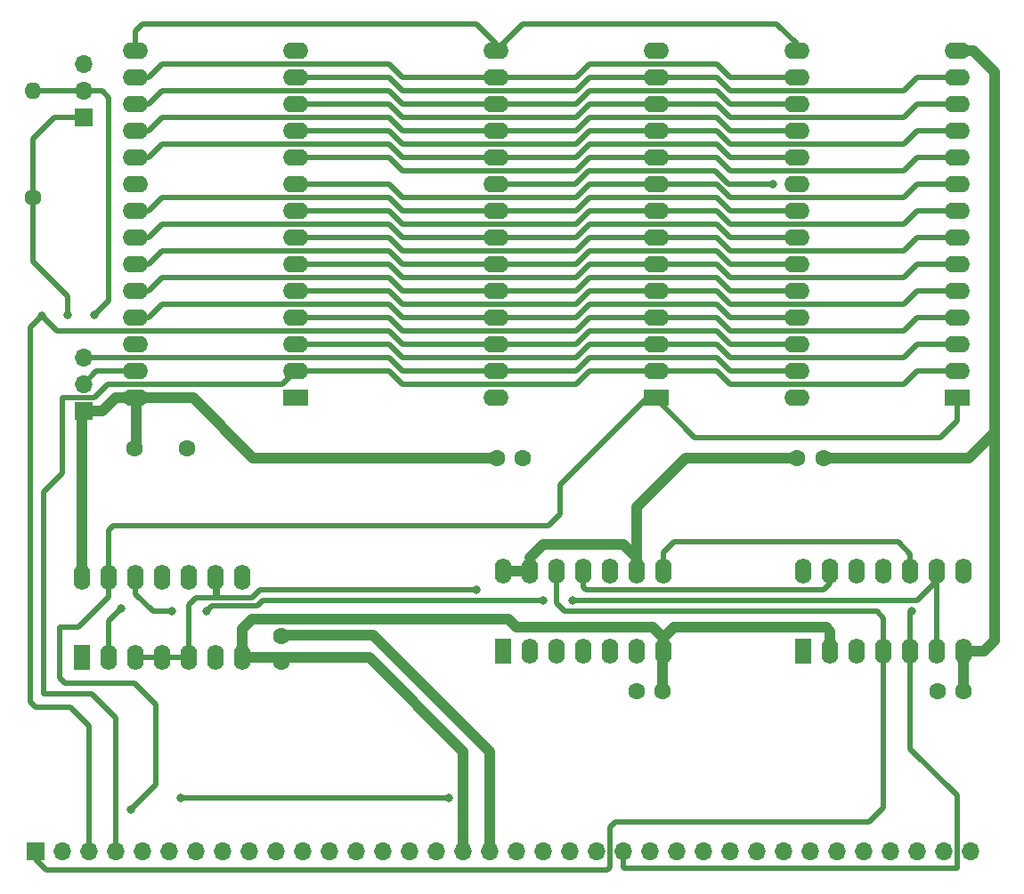
<source format=gbr>
%TF.GenerationSoftware,KiCad,Pcbnew,6.0.11+dfsg-1*%
%TF.CreationDate,2025-12-28T18:44:21+01:00*%
%TF.ProjectId,memoria1,6d656d6f-7269-4613-912e-6b696361645f,rev?*%
%TF.SameCoordinates,Original*%
%TF.FileFunction,Copper,L1,Top*%
%TF.FilePolarity,Positive*%
%FSLAX46Y46*%
G04 Gerber Fmt 4.6, Leading zero omitted, Abs format (unit mm)*
G04 Created by KiCad (PCBNEW 6.0.11+dfsg-1) date 2025-12-28 18:44:21*
%MOMM*%
%LPD*%
G01*
G04 APERTURE LIST*
%TA.AperFunction,ComponentPad*%
%ADD10R,1.600000X2.400000*%
%TD*%
%TA.AperFunction,ComponentPad*%
%ADD11O,1.600000X2.400000*%
%TD*%
%TA.AperFunction,ComponentPad*%
%ADD12R,2.400000X1.600000*%
%TD*%
%TA.AperFunction,ComponentPad*%
%ADD13O,2.400000X1.600000*%
%TD*%
%TA.AperFunction,ComponentPad*%
%ADD14C,1.600000*%
%TD*%
%TA.AperFunction,ComponentPad*%
%ADD15R,1.700000X1.700000*%
%TD*%
%TA.AperFunction,ComponentPad*%
%ADD16O,1.700000X1.700000*%
%TD*%
%TA.AperFunction,ComponentPad*%
%ADD17O,1.600000X1.600000*%
%TD*%
%TA.AperFunction,ViaPad*%
%ADD18C,0.800000*%
%TD*%
%TA.AperFunction,Conductor*%
%ADD19C,0.500000*%
%TD*%
%TA.AperFunction,Conductor*%
%ADD20C,1.000000*%
%TD*%
G04 APERTURE END LIST*
D10*
%TO.P,74HC32,1*%
%TO.N,N/C*%
X94610000Y-112385000D03*
D11*
%TO.P,74HC32,2*%
X97150000Y-112385000D03*
%TO.P,74HC32,3*%
X99690000Y-112385000D03*
%TO.P,74HC32,4*%
X102230000Y-112385000D03*
%TO.P,74HC32,5*%
X104770000Y-112385000D03*
%TO.P,74HC32,6*%
X107310000Y-112385000D03*
%TO.P,74HC32,7*%
X109850000Y-112385000D03*
%TO.P,74HC32,8*%
X109850000Y-104765000D03*
%TO.P,74HC32,9*%
X107310000Y-104765000D03*
%TO.P,74HC32,10*%
X104770000Y-104765000D03*
%TO.P,74HC32,11*%
X102230000Y-104765000D03*
%TO.P,74HC32,12*%
X99690000Y-104765000D03*
%TO.P,74HC32,13*%
X97150000Y-104765000D03*
%TO.P,74HC32,14*%
X94610000Y-104765000D03*
%TD*%
D12*
%TO.P,KM62256,1*%
%TO.N,N/C*%
X177780000Y-87620000D03*
D13*
%TO.P,KM62256,2*%
X177780000Y-85080000D03*
%TO.P,KM62256,3*%
X177780000Y-82540000D03*
%TO.P,KM62256,4*%
X177780000Y-80000000D03*
%TO.P,KM62256,5*%
X177780000Y-77460000D03*
%TO.P,KM62256,6*%
X177780000Y-74920000D03*
%TO.P,KM62256,7*%
X177780000Y-72380000D03*
%TO.P,KM62256,8*%
X177780000Y-69840000D03*
%TO.P,KM62256,9*%
X177780000Y-67300000D03*
%TO.P,KM62256,10*%
X177780000Y-64760000D03*
%TO.P,KM62256,11*%
X177780000Y-62220000D03*
%TO.P,KM62256,12*%
X177780000Y-59680000D03*
%TO.P,KM62256,13*%
X177780000Y-57140000D03*
%TO.P,KM62256,14*%
X177780000Y-54600000D03*
%TO.P,KM62256,15*%
X162540000Y-54600000D03*
%TO.P,KM62256,16*%
X162540000Y-57140000D03*
%TO.P,KM62256,17*%
X162540000Y-59680000D03*
%TO.P,KM62256,18*%
X162540000Y-62220000D03*
%TO.P,KM62256,19*%
X162540000Y-64760000D03*
%TO.P,KM62256,20*%
X162540000Y-67300000D03*
%TO.P,KM62256,21*%
X162540000Y-69840000D03*
%TO.P,KM62256,22*%
X162540000Y-72380000D03*
%TO.P,KM62256,23*%
X162540000Y-74920000D03*
%TO.P,KM62256,24*%
X162540000Y-77460000D03*
%TO.P,KM62256,25*%
X162540000Y-80000000D03*
%TO.P,KM62256,26*%
X162540000Y-82540000D03*
%TO.P,KM62256,27*%
X162540000Y-85080000D03*
%TO.P,KM62256,28*%
X162540000Y-87620000D03*
%TD*%
D12*
%TO.P,AT28C64,1*%
%TO.N,N/C*%
X114915000Y-87620000D03*
D13*
%TO.P,AT28C64,2*%
X114915000Y-85080000D03*
%TO.P,AT28C64,3*%
X114915000Y-82540000D03*
%TO.P,AT28C64,4*%
X114915000Y-80000000D03*
%TO.P,AT28C64,5*%
X114915000Y-77460000D03*
%TO.P,AT28C64,6*%
X114915000Y-74920000D03*
%TO.P,AT28C64,7*%
X114915000Y-72380000D03*
%TO.P,AT28C64,8*%
X114915000Y-69840000D03*
%TO.P,AT28C64,9*%
X114915000Y-67300000D03*
%TO.P,AT28C64,10*%
X114915000Y-64760000D03*
%TO.P,AT28C64,11*%
X114915000Y-62220000D03*
%TO.P,AT28C64,12*%
X114915000Y-59680000D03*
%TO.P,AT28C64,13*%
X114915000Y-57140000D03*
%TO.P,AT28C64,14*%
X114915000Y-54600000D03*
%TO.P,AT28C64,15*%
X99675000Y-54600000D03*
%TO.P,AT28C64,16*%
X99675000Y-57140000D03*
%TO.P,AT28C64,17*%
X99675000Y-59680000D03*
%TO.P,AT28C64,18*%
X99675000Y-62220000D03*
%TO.P,AT28C64,19*%
X99675000Y-64760000D03*
%TO.P,AT28C64,20*%
X99675000Y-67300000D03*
%TO.P,AT28C64,21*%
X99675000Y-69840000D03*
%TO.P,AT28C64,22*%
X99675000Y-72380000D03*
%TO.P,AT28C64,23*%
X99675000Y-74920000D03*
%TO.P,AT28C64,24*%
X99675000Y-77460000D03*
%TO.P,AT28C64,25*%
X99675000Y-80000000D03*
%TO.P,AT28C64,26*%
X99675000Y-82540000D03*
%TO.P,AT28C64,27*%
X99675000Y-85080000D03*
%TO.P,AT28C64,28*%
X99675000Y-87620000D03*
%TD*%
D14*
%TO.P,REF\u002A\u002A,1*%
%TO.N,N/C*%
X162580000Y-93345000D03*
%TO.P,REF\u002A\u002A,2*%
X165080000Y-93345000D03*
%TD*%
D15*
%TO.P,REF\u002A\u002A,1*%
%TO.N,N/C*%
X90170000Y-130810000D03*
D16*
%TO.P,REF\u002A\u002A,2*%
X92710000Y-130810000D03*
%TO.P,REF\u002A\u002A,3*%
X95250000Y-130810000D03*
%TO.P,REF\u002A\u002A,4*%
X97790000Y-130810000D03*
%TO.P,REF\u002A\u002A,5*%
X100330000Y-130810000D03*
%TO.P,REF\u002A\u002A,6*%
X102870000Y-130810000D03*
%TO.P,REF\u002A\u002A,7*%
X105410000Y-130810000D03*
%TO.P,REF\u002A\u002A,8*%
X107950000Y-130810000D03*
%TO.P,REF\u002A\u002A,9*%
X110490000Y-130810000D03*
%TO.P,REF\u002A\u002A,10*%
X113030000Y-130810000D03*
%TO.P,REF\u002A\u002A,11*%
X115570000Y-130810000D03*
%TO.P,REF\u002A\u002A,12*%
X118110000Y-130810000D03*
%TO.P,REF\u002A\u002A,13*%
X120650000Y-130810000D03*
%TO.P,REF\u002A\u002A,14*%
X123190000Y-130810000D03*
%TO.P,REF\u002A\u002A,15*%
X125730000Y-130810000D03*
%TO.P,REF\u002A\u002A,16*%
X128270000Y-130810000D03*
%TO.P,REF\u002A\u002A,17*%
X130810000Y-130810000D03*
%TO.P,REF\u002A\u002A,18*%
X133350000Y-130810000D03*
%TO.P,REF\u002A\u002A,19*%
X135890000Y-130810000D03*
%TO.P,REF\u002A\u002A,20*%
X138430000Y-130810000D03*
%TO.P,REF\u002A\u002A,21*%
X140970000Y-130810000D03*
%TO.P,REF\u002A\u002A,22*%
X143510000Y-130810000D03*
%TO.P,REF\u002A\u002A,23*%
X146050000Y-130810000D03*
%TO.P,REF\u002A\u002A,24*%
X148590000Y-130810000D03*
%TO.P,REF\u002A\u002A,25*%
X151130000Y-130810000D03*
%TO.P,REF\u002A\u002A,26*%
X153670000Y-130810000D03*
%TO.P,REF\u002A\u002A,27*%
X156210000Y-130810000D03*
%TO.P,REF\u002A\u002A,28*%
X158750000Y-130810000D03*
%TO.P,REF\u002A\u002A,29*%
X161290000Y-130810000D03*
%TO.P,REF\u002A\u002A,30*%
X163830000Y-130810000D03*
%TO.P,REF\u002A\u002A,31*%
X166370000Y-130810000D03*
%TO.P,REF\u002A\u002A,32*%
X168910000Y-130810000D03*
%TO.P,REF\u002A\u002A,33*%
X171450000Y-130810000D03*
%TO.P,REF\u002A\u002A,34*%
X173990000Y-130810000D03*
%TO.P,REF\u002A\u002A,35*%
X176530000Y-130810000D03*
%TO.P,REF\u002A\u002A,36*%
X179070000Y-130810000D03*
%TD*%
D14*
%TO.P,REF\u002A\u002A,1*%
%TO.N,N/C*%
X99568000Y-92456000D03*
%TO.P,REF\u002A\u002A,2*%
X104568000Y-92456000D03*
%TD*%
D15*
%TO.P,REF\u002A\u002A,1*%
%TO.N,N/C*%
X94717000Y-88885000D03*
D16*
%TO.P,REF\u002A\u002A,2*%
X94717000Y-86345000D03*
%TO.P,REF\u002A\u002A,3*%
X94717000Y-83805000D03*
%TD*%
D12*
%TO.P,KM62256,1*%
%TO.N,N/C*%
X149205000Y-87620000D03*
D13*
%TO.P,KM62256,2*%
X149205000Y-85080000D03*
%TO.P,KM62256,3*%
X149205000Y-82540000D03*
%TO.P,KM62256,4*%
X149205000Y-80000000D03*
%TO.P,KM62256,5*%
X149205000Y-77460000D03*
%TO.P,KM62256,6*%
X149205000Y-74920000D03*
%TO.P,KM62256,7*%
X149205000Y-72380000D03*
%TO.P,KM62256,8*%
X149205000Y-69840000D03*
%TO.P,KM62256,9*%
X149205000Y-67300000D03*
%TO.P,KM62256,10*%
X149205000Y-64760000D03*
%TO.P,KM62256,11*%
X149205000Y-62220000D03*
%TO.P,KM62256,12*%
X149205000Y-59680000D03*
%TO.P,KM62256,13*%
X149205000Y-57140000D03*
%TO.P,KM62256,14*%
X149205000Y-54600000D03*
%TO.P,KM62256,15*%
X133965000Y-54600000D03*
%TO.P,KM62256,16*%
X133965000Y-57140000D03*
%TO.P,KM62256,17*%
X133965000Y-59680000D03*
%TO.P,KM62256,18*%
X133965000Y-62220000D03*
%TO.P,KM62256,19*%
X133965000Y-64760000D03*
%TO.P,KM62256,20*%
X133965000Y-67300000D03*
%TO.P,KM62256,21*%
X133965000Y-69840000D03*
%TO.P,KM62256,22*%
X133965000Y-72380000D03*
%TO.P,KM62256,23*%
X133965000Y-74920000D03*
%TO.P,KM62256,24*%
X133965000Y-77460000D03*
%TO.P,KM62256,25*%
X133965000Y-80000000D03*
%TO.P,KM62256,26*%
X133965000Y-82540000D03*
%TO.P,KM62256,27*%
X133965000Y-85080000D03*
%TO.P,KM62256,28*%
X133965000Y-87620000D03*
%TD*%
D10*
%TO.P,74HC32,1*%
%TO.N,N/C*%
X163190000Y-111750000D03*
D11*
%TO.P,74HC32,2*%
X165730000Y-111750000D03*
%TO.P,74HC32,3*%
X168270000Y-111750000D03*
%TO.P,74HC32,4*%
X170810000Y-111750000D03*
%TO.P,74HC32,5*%
X173350000Y-111750000D03*
%TO.P,74HC32,6*%
X175890000Y-111750000D03*
%TO.P,74HC32,7*%
X178430000Y-111750000D03*
%TO.P,74HC32,8*%
X178430000Y-104130000D03*
%TO.P,74HC32,9*%
X175890000Y-104130000D03*
%TO.P,74HC32,10*%
X173350000Y-104130000D03*
%TO.P,74HC32,11*%
X170810000Y-104130000D03*
%TO.P,74HC32,12*%
X168270000Y-104130000D03*
%TO.P,74HC32,13*%
X165730000Y-104130000D03*
%TO.P,74HC32,14*%
X163190000Y-104130000D03*
%TD*%
D14*
%TO.P,REF\u002A\u002A,1*%
%TO.N,N/C*%
X113538000Y-112776000D03*
%TO.P,REF\u002A\u002A,2*%
X113538000Y-110276000D03*
%TD*%
%TO.P,REF\u002A\u002A,1*%
%TO.N,N/C*%
X134005000Y-93345000D03*
%TO.P,REF\u002A\u002A,2*%
X136505000Y-93345000D03*
%TD*%
%TO.P,REF\u002A\u002A,1*%
%TO.N,N/C*%
X175915000Y-115570000D03*
%TO.P,REF\u002A\u002A,2*%
X178415000Y-115570000D03*
%TD*%
D10*
%TO.P,74HC00,1*%
%TO.N,N/C*%
X134615000Y-111750000D03*
D11*
%TO.P,74HC00,2*%
X137155000Y-111750000D03*
%TO.P,74HC00,3*%
X139695000Y-111750000D03*
%TO.P,74HC00,4*%
X142235000Y-111750000D03*
%TO.P,74HC00,5*%
X144775000Y-111750000D03*
%TO.P,74HC00,6*%
X147315000Y-111750000D03*
%TO.P,74HC00,7*%
X149855000Y-111750000D03*
%TO.P,74HC00,8*%
X149855000Y-104130000D03*
%TO.P,74HC00,9*%
X147315000Y-104130000D03*
%TO.P,74HC00,10*%
X144775000Y-104130000D03*
%TO.P,74HC00,11*%
X142235000Y-104130000D03*
%TO.P,74HC00,12*%
X139695000Y-104130000D03*
%TO.P,74HC00,13*%
X137155000Y-104130000D03*
%TO.P,74HC00,14*%
X134615000Y-104130000D03*
%TD*%
D15*
%TO.P,REF\u002A\u002A,1*%
%TO.N,N/C*%
X94717000Y-60945000D03*
D16*
%TO.P,REF\u002A\u002A,2*%
X94717000Y-58405000D03*
%TO.P,REF\u002A\u002A,3*%
X94717000Y-55865000D03*
%TD*%
D14*
%TO.P,10k,1*%
%TO.N,N/C*%
X89916000Y-68580000D03*
D17*
%TO.P,10k,2*%
X89916000Y-58420000D03*
%TD*%
D14*
%TO.P,REF\u002A\u002A,1*%
%TO.N,N/C*%
X147320000Y-115570000D03*
%TO.P,REF\u002A\u002A,2*%
X149820000Y-115570000D03*
%TD*%
D18*
%TO.N,*%
X90779600Y-79806800D03*
X141224000Y-106934000D03*
X138430000Y-106934000D03*
X132080000Y-105918000D03*
X103124000Y-107950000D03*
X106426000Y-107950000D03*
X173482000Y-107950000D03*
X99212400Y-126847600D03*
X95758000Y-79756000D03*
X98298000Y-107696000D03*
X93218000Y-79756000D03*
X129438400Y-125679200D03*
X160274000Y-67310000D03*
X103987600Y-125730000D03*
%TD*%
D19*
%TO.N,*%
X123825000Y-68580000D02*
X125095000Y-69850000D01*
X123815000Y-69840000D02*
X125095000Y-71120000D01*
X141605000Y-63500000D02*
X142885000Y-62220000D01*
D20*
X162580000Y-93345000D02*
X152019000Y-93345000D01*
D19*
X142885000Y-57140000D02*
X149205000Y-57140000D01*
X125095000Y-86360000D02*
X141605000Y-86360000D01*
X123825000Y-60960000D02*
X125085000Y-62220000D01*
X133995000Y-54600000D02*
X136525000Y-52070000D01*
X89662000Y-116586000D02*
X90170000Y-117094000D01*
D20*
X150876000Y-109474000D02*
X165354000Y-109474000D01*
D19*
X141615000Y-85080000D02*
X142875000Y-83820000D01*
X154940000Y-60960000D02*
X156200000Y-62220000D01*
D20*
X149855000Y-110495000D02*
X150876000Y-109474000D01*
D19*
X142885000Y-59680000D02*
X149205000Y-59680000D01*
X142885000Y-72380000D02*
X149205000Y-72380000D01*
X99675000Y-72380000D02*
X100975000Y-72380000D01*
X156210000Y-76200000D02*
X172720000Y-76200000D01*
X174000000Y-69840000D02*
X177780000Y-69840000D01*
X100975000Y-77460000D02*
X102235000Y-76200000D01*
X154930000Y-72380000D02*
X156210000Y-73660000D01*
X100975000Y-69840000D02*
X102235000Y-68580000D01*
X113538000Y-112502000D02*
X113538000Y-112776000D01*
X142235000Y-104130000D02*
X142235000Y-105659000D01*
X125095000Y-82550000D02*
X125105000Y-82540000D01*
X99675000Y-54600000D02*
X99675000Y-52725000D01*
X141605000Y-81280000D02*
X142885000Y-80000000D01*
X154930000Y-69840000D02*
X156210000Y-71120000D01*
X141605000Y-58420000D02*
X142885000Y-57140000D01*
X156210000Y-74930000D02*
X156220000Y-74920000D01*
X125095000Y-66040000D02*
X141605000Y-66040000D01*
X123815000Y-80000000D02*
X125095000Y-81280000D01*
X149205000Y-62220000D02*
X154930000Y-62220000D01*
X177780000Y-89809000D02*
X176199800Y-91389200D01*
X141605000Y-86360000D02*
X142885000Y-85080000D01*
X133955000Y-57150000D02*
X133965000Y-57140000D01*
X99675000Y-64760000D02*
X100975000Y-64760000D01*
X154940000Y-76200000D02*
X156210000Y-77470000D01*
D20*
X152019000Y-93345000D02*
X147315000Y-98049000D01*
D19*
X145288000Y-128016000D02*
X144780000Y-128524000D01*
X149205000Y-64760000D02*
X154930000Y-64760000D01*
X97155000Y-78359000D02*
X95758000Y-79756000D01*
X141605000Y-74930000D02*
X142875000Y-73660000D01*
X102235000Y-78740000D02*
X123825000Y-78740000D01*
X99675000Y-69840000D02*
X100975000Y-69840000D01*
X152857200Y-91389200D02*
X149205000Y-87737000D01*
X123815000Y-82540000D02*
X125095000Y-83820000D01*
X172720000Y-63500000D02*
X173990000Y-62230000D01*
X97155000Y-59055000D02*
X97155000Y-78359000D01*
X123815000Y-77460000D02*
X125095000Y-78740000D01*
X174625000Y-62230000D02*
X174635000Y-62220000D01*
X99212400Y-126847600D02*
X101600000Y-124460000D01*
D20*
X147315000Y-98049000D02*
X147315000Y-104130000D01*
D19*
X110744000Y-106680000D02*
X107569000Y-106680000D01*
X114915000Y-62220000D02*
X123815000Y-62220000D01*
X142875000Y-83820000D02*
X154940000Y-83820000D01*
X154940000Y-73660000D02*
X156210000Y-74930000D01*
X170810000Y-111750000D02*
X170810000Y-126624000D01*
X172720000Y-78740000D02*
X174000000Y-77460000D01*
X114915000Y-74920000D02*
X123815000Y-74920000D01*
X92710000Y-94843600D02*
X92710000Y-87630000D01*
X125095000Y-74930000D02*
X125105000Y-74920000D01*
X102235000Y-68580000D02*
X123825000Y-68580000D01*
X149205000Y-87737000D02*
X149205000Y-87620000D01*
X172720000Y-76200000D02*
X174000000Y-74920000D01*
D20*
X130810000Y-130810000D02*
X130810000Y-121285000D01*
D19*
X123825000Y-78740000D02*
X125085000Y-80000000D01*
X156200000Y-59680000D02*
X162540000Y-59680000D01*
X133965000Y-53955000D02*
X133965000Y-54600000D01*
X92252800Y-81280000D02*
X123825000Y-81280000D01*
X173990000Y-62230000D02*
X174625000Y-62230000D01*
X156083000Y-67310000D02*
X160274000Y-67310000D01*
X102235000Y-60960000D02*
X123825000Y-60960000D01*
X97150000Y-108844000D02*
X98298000Y-107696000D01*
X162540000Y-53955000D02*
X162540000Y-54600000D01*
X156220000Y-69840000D02*
X162540000Y-69840000D01*
X149855000Y-111750000D02*
X149855000Y-110485000D01*
X141595000Y-77460000D02*
X141605000Y-77470000D01*
X149855000Y-102367000D02*
X149855000Y-104130000D01*
X144780000Y-132334000D02*
X144526000Y-132588000D01*
X125095000Y-60960000D02*
X141605000Y-60960000D01*
X142875000Y-60960000D02*
X154940000Y-60960000D01*
X100975000Y-64760000D02*
X102235000Y-63500000D01*
X141605000Y-78740000D02*
X142885000Y-77460000D01*
X154940000Y-71120000D02*
X156210000Y-72390000D01*
X149205000Y-69840000D02*
X154930000Y-69840000D01*
X123825000Y-76200000D02*
X125085000Y-77460000D01*
D20*
X99715000Y-92309000D02*
X99715000Y-87660000D01*
X122301000Y-110236000D02*
X113578000Y-110236000D01*
D19*
X156220000Y-77460000D02*
X162540000Y-77460000D01*
X174000000Y-74920000D02*
X177780000Y-74920000D01*
X141605000Y-76200000D02*
X142885000Y-74920000D01*
X170810000Y-108580000D02*
X170810000Y-111750000D01*
X174000000Y-80000000D02*
X177780000Y-80000000D01*
X99715000Y-87660000D02*
X99675000Y-87620000D01*
X172720000Y-60960000D02*
X174000000Y-59680000D01*
X90170000Y-131572000D02*
X90170000Y-130810000D01*
X172720000Y-81280000D02*
X174000000Y-80000000D01*
X174635000Y-62220000D02*
X177780000Y-62220000D01*
X172720000Y-66040000D02*
X174000000Y-64760000D01*
X133965000Y-85080000D02*
X141615000Y-85080000D01*
D20*
X146050000Y-101600000D02*
X147315000Y-102865000D01*
D19*
X95982000Y-85080000D02*
X94717000Y-86345000D01*
X103124000Y-107950000D02*
X101346000Y-107950000D01*
X141605000Y-72390000D02*
X142875000Y-71120000D01*
D20*
X109850000Y-112385000D02*
X113655000Y-112385000D01*
D19*
X125095000Y-58420000D02*
X141605000Y-58420000D01*
X148346000Y-87620000D02*
X140081000Y-95885000D01*
X173350000Y-108082000D02*
X173482000Y-107950000D01*
X141224000Y-106934000D02*
X173990000Y-106934000D01*
X90779600Y-79806800D02*
X89662000Y-80924400D01*
X156220000Y-74920000D02*
X162540000Y-74920000D01*
D20*
X181356000Y-90932000D02*
X181356000Y-110744000D01*
D19*
X174000000Y-77460000D02*
X177780000Y-77460000D01*
X165100000Y-105918000D02*
X165730000Y-105288000D01*
D20*
X137155000Y-102875000D02*
X138430000Y-101600000D01*
X165730000Y-109850000D02*
X165730000Y-111750000D01*
D19*
X170810000Y-126624000D02*
X169418000Y-128016000D01*
X146050000Y-130810000D02*
X146050000Y-132334000D01*
X154930000Y-67300000D02*
X156210000Y-68580000D01*
X99675000Y-85080000D02*
X95982000Y-85080000D01*
X144526000Y-132588000D02*
X91186000Y-132588000D01*
X154930000Y-59680000D02*
X156210000Y-60960000D01*
X156200000Y-85080000D02*
X162540000Y-85080000D01*
X156210000Y-68580000D02*
X172720000Y-68580000D01*
D20*
X94610000Y-104765000D02*
X94610000Y-88992000D01*
X148844000Y-109474000D02*
X135890000Y-109474000D01*
D19*
X141605000Y-59690000D02*
X142875000Y-58420000D01*
X91963000Y-60945000D02*
X94717000Y-60945000D01*
X139695000Y-107183000D02*
X140462000Y-107950000D01*
X123825000Y-83820000D02*
X125095000Y-85090000D01*
X93218000Y-77978000D02*
X89916000Y-74676000D01*
X99675000Y-59680000D02*
X100975000Y-59680000D01*
X99675000Y-52725000D02*
X100330000Y-52070000D01*
X175890000Y-111750000D02*
X175890000Y-104130000D01*
X140081000Y-98679000D02*
X138938000Y-99822000D01*
X142875000Y-63500000D02*
X154940000Y-63500000D01*
X154930000Y-74920000D02*
X156210000Y-76200000D01*
X125095000Y-83820000D02*
X141605000Y-83820000D01*
X174000000Y-72380000D02*
X177780000Y-72380000D01*
X125085000Y-77460000D02*
X133965000Y-77460000D01*
X142875000Y-55880000D02*
X154940000Y-55880000D01*
X93218000Y-79756000D02*
X93218000Y-77978000D01*
X92710000Y-87630000D02*
X95758000Y-87630000D01*
X174000000Y-64760000D02*
X177780000Y-64760000D01*
X137155000Y-104130000D02*
X137155000Y-102875000D01*
X90170000Y-117094000D02*
X93472000Y-117094000D01*
X138430000Y-106934000D02*
X111760000Y-106934000D01*
X142885000Y-80000000D02*
X149205000Y-80000000D01*
X156210000Y-58420000D02*
X172720000Y-58420000D01*
X125095000Y-63500000D02*
X141605000Y-63500000D01*
D20*
X178943000Y-93345000D02*
X181356000Y-90932000D01*
D19*
X149205000Y-72380000D02*
X154930000Y-72380000D01*
D20*
X97800000Y-87620000D02*
X99675000Y-87620000D01*
D19*
X141605000Y-73660000D02*
X142885000Y-72380000D01*
X172720000Y-71120000D02*
X174000000Y-69840000D01*
X125105000Y-74920000D02*
X133965000Y-74920000D01*
X156210000Y-73660000D02*
X172720000Y-73660000D01*
X89916000Y-58928000D02*
X89916000Y-58420000D01*
D20*
X134615000Y-104130000D02*
X137155000Y-104130000D01*
D19*
X154940000Y-63500000D02*
X156200000Y-64760000D01*
X89916000Y-74676000D02*
X89916000Y-68580000D01*
X125095000Y-68580000D02*
X141605000Y-68580000D01*
X173990000Y-106934000D02*
X175890000Y-105034000D01*
X133965000Y-62220000D02*
X141615000Y-62220000D01*
X146050000Y-132334000D02*
X146151600Y-132435600D01*
X107442000Y-104897000D02*
X107310000Y-104765000D01*
X174000000Y-85080000D02*
X177780000Y-85080000D01*
X154930000Y-64760000D02*
X156210000Y-66040000D01*
X142235000Y-105659000D02*
X142494000Y-105918000D01*
X142875000Y-81280000D02*
X154940000Y-81280000D01*
D20*
X181356000Y-56642000D02*
X179314000Y-54600000D01*
D19*
X133965000Y-57140000D02*
X133975000Y-57150000D01*
X146151600Y-132435600D02*
X177800000Y-132435600D01*
X156210000Y-81280000D02*
X172720000Y-81280000D01*
X154940000Y-58420000D02*
X156200000Y-59680000D01*
X141605000Y-82550000D02*
X142875000Y-81280000D01*
X94717000Y-58405000D02*
X96505000Y-58405000D01*
X142885000Y-74920000D02*
X149205000Y-74920000D01*
X123825000Y-55880000D02*
X125095000Y-57150000D01*
X154930000Y-82540000D02*
X156210000Y-83820000D01*
X101600000Y-124460000D02*
X101600000Y-116840000D01*
D20*
X165354000Y-109474000D02*
X165730000Y-109850000D01*
D19*
X125095000Y-76200000D02*
X141605000Y-76200000D01*
X123825000Y-81280000D02*
X125095000Y-82550000D01*
X177800000Y-132435600D02*
X177800000Y-125476000D01*
X125095000Y-81280000D02*
X141605000Y-81280000D01*
X104770000Y-112385000D02*
X104770000Y-107320000D01*
X141595000Y-59680000D02*
X141605000Y-59690000D01*
X114915000Y-85080000D02*
X123815000Y-85080000D01*
X100330000Y-52070000D02*
X132080000Y-52070000D01*
X156210000Y-63500000D02*
X172720000Y-63500000D01*
D20*
X180350000Y-111750000D02*
X178430000Y-111750000D01*
D19*
X165730000Y-105288000D02*
X165730000Y-104130000D01*
X154940000Y-68580000D02*
X156210000Y-69850000D01*
X141468000Y-67300000D02*
X142728000Y-66040000D01*
X141595000Y-82540000D02*
X141605000Y-82550000D01*
X125105000Y-85080000D02*
X133965000Y-85080000D01*
X172720000Y-58420000D02*
X174000000Y-57140000D01*
X174000000Y-82540000D02*
X177780000Y-82540000D01*
X140081000Y-95885000D02*
X140081000Y-98679000D01*
X123815000Y-74920000D02*
X125095000Y-76200000D01*
X149820000Y-111785000D02*
X149855000Y-111750000D01*
X114915000Y-67300000D02*
X123815000Y-67300000D01*
X177800000Y-125476000D02*
X173350000Y-121026000D01*
D20*
X181356000Y-110744000D02*
X180350000Y-111750000D01*
D19*
X101600000Y-116840000D02*
X99568000Y-114808000D01*
X102235000Y-63500000D02*
X123825000Y-63500000D01*
D20*
X178415000Y-115570000D02*
X178415000Y-111765000D01*
D19*
X114915000Y-57140000D02*
X123815000Y-57140000D01*
X156210000Y-86360000D02*
X172720000Y-86360000D01*
X114915000Y-69840000D02*
X123815000Y-69840000D01*
X99675000Y-80000000D02*
X100975000Y-80000000D01*
X125085000Y-62220000D02*
X133965000Y-62220000D01*
X154930000Y-80000000D02*
X156210000Y-81280000D01*
D20*
X110744000Y-108712000D02*
X109850000Y-109606000D01*
D19*
X102230000Y-112385000D02*
X104770000Y-112385000D01*
X156210000Y-69850000D02*
X156220000Y-69840000D01*
D20*
X138430000Y-101600000D02*
X146050000Y-101600000D01*
D19*
X144780000Y-128524000D02*
X144780000Y-132334000D01*
X133965000Y-80000000D02*
X141615000Y-80000000D01*
X90932000Y-96621600D02*
X92710000Y-94843600D01*
X123815000Y-67300000D02*
X125095000Y-68580000D01*
X104038400Y-125679200D02*
X103987600Y-125730000D01*
X129438400Y-125679200D02*
X104038400Y-125679200D01*
X114915000Y-72380000D02*
X123815000Y-72380000D01*
X154813000Y-66040000D02*
X156083000Y-67310000D01*
X142875000Y-68580000D02*
X154940000Y-68580000D01*
X154930000Y-57140000D02*
X156210000Y-58420000D01*
X133965000Y-74920000D02*
X141595000Y-74920000D01*
X133965000Y-54600000D02*
X133995000Y-54600000D01*
X99675000Y-74920000D02*
X100975000Y-74920000D01*
X125095000Y-72390000D02*
X125105000Y-72380000D01*
D20*
X94717000Y-88885000D02*
X96535000Y-88885000D01*
D19*
X156210000Y-71120000D02*
X172720000Y-71120000D01*
X99675000Y-57140000D02*
X100975000Y-57140000D01*
D20*
X130810000Y-121285000D02*
X121900000Y-112375000D01*
D19*
X154930000Y-77460000D02*
X156210000Y-78740000D01*
X156200000Y-57140000D02*
X162540000Y-57140000D01*
X97150000Y-112385000D02*
X97150000Y-108844000D01*
X123815000Y-57140000D02*
X125095000Y-58420000D01*
X100975000Y-62220000D02*
X102235000Y-60960000D01*
X90932000Y-115824000D02*
X90932000Y-96621600D01*
X149855000Y-111750000D02*
X149855000Y-110495000D01*
X149205000Y-80000000D02*
X154930000Y-80000000D01*
X102235000Y-58420000D02*
X123825000Y-58420000D01*
X172720000Y-86360000D02*
X174000000Y-85080000D01*
X123815000Y-85080000D02*
X125095000Y-86360000D01*
X125095000Y-78740000D02*
X141605000Y-78740000D01*
X133965000Y-77460000D02*
X141595000Y-77460000D01*
X100975000Y-57140000D02*
X102235000Y-55880000D01*
X123825000Y-71120000D02*
X125095000Y-72390000D01*
X123815000Y-64760000D02*
X125095000Y-66040000D01*
D20*
X99568000Y-92456000D02*
X99715000Y-92309000D01*
D19*
X102235000Y-55880000D02*
X123825000Y-55880000D01*
X174000000Y-59680000D02*
X177780000Y-59680000D01*
D20*
X134005000Y-93345000D02*
X110871000Y-93345000D01*
D19*
X100975000Y-72380000D02*
X102235000Y-71120000D01*
X102235000Y-73660000D02*
X123825000Y-73660000D01*
X99568000Y-114808000D02*
X92964000Y-114808000D01*
X150876000Y-101346000D02*
X149855000Y-102367000D01*
X141605000Y-64770000D02*
X142875000Y-63500000D01*
X154940000Y-83820000D02*
X156200000Y-85080000D01*
X133975000Y-64770000D02*
X141605000Y-64770000D01*
X123825000Y-58420000D02*
X125085000Y-59680000D01*
X156210000Y-78740000D02*
X172720000Y-78740000D01*
D20*
X113939000Y-112375000D02*
X113538000Y-112776000D01*
D19*
X142494000Y-105918000D02*
X165100000Y-105918000D01*
X169418000Y-128016000D02*
X145288000Y-128016000D01*
X114915000Y-80000000D02*
X123815000Y-80000000D01*
X141595000Y-69840000D02*
X141605000Y-69850000D01*
X149205000Y-82540000D02*
X154930000Y-82540000D01*
X173350000Y-102484000D02*
X172212000Y-101346000D01*
X133975000Y-57150000D02*
X141605000Y-57150000D01*
X89931000Y-58405000D02*
X94717000Y-58405000D01*
X90779600Y-79806800D02*
X92252800Y-81280000D01*
X174000000Y-57140000D02*
X177780000Y-57140000D01*
X142885000Y-62220000D02*
X149205000Y-62220000D01*
X114915000Y-59680000D02*
X123815000Y-59680000D01*
X142885000Y-67300000D02*
X149205000Y-67300000D01*
X156210000Y-72390000D02*
X156220000Y-72380000D01*
X140462000Y-107950000D02*
X170180000Y-107950000D01*
D20*
X109850000Y-109606000D02*
X109850000Y-112385000D01*
D19*
X111506000Y-105918000D02*
X110744000Y-106680000D01*
X89916000Y-68580000D02*
X89916000Y-62992000D01*
X142885000Y-85080000D02*
X149205000Y-85080000D01*
X107310000Y-106421000D02*
X107310000Y-104765000D01*
X125095000Y-69850000D02*
X125105000Y-69840000D01*
X89916000Y-58420000D02*
X89931000Y-58405000D01*
X105410000Y-106680000D02*
X107442000Y-106680000D01*
D20*
X179314000Y-54600000D02*
X177780000Y-54600000D01*
X135128000Y-108712000D02*
X110744000Y-108712000D01*
D19*
X141595000Y-72380000D02*
X141605000Y-72390000D01*
X142885000Y-69840000D02*
X149205000Y-69840000D01*
X172720000Y-68580000D02*
X174000000Y-67300000D01*
X156220000Y-80000000D02*
X162540000Y-80000000D01*
X142875000Y-78740000D02*
X154960000Y-78740000D01*
X154930000Y-62220000D02*
X156210000Y-63500000D01*
X125095000Y-71120000D02*
X141605000Y-71120000D01*
X149205000Y-67300000D02*
X154930000Y-67300000D01*
X149205000Y-57140000D02*
X154930000Y-57140000D01*
X100975000Y-80000000D02*
X102235000Y-78740000D01*
X125105000Y-69840000D02*
X133965000Y-69840000D01*
X96505000Y-58405000D02*
X97155000Y-59055000D01*
X174000000Y-67300000D02*
X177780000Y-67300000D01*
D20*
X113578000Y-110236000D02*
X113538000Y-110276000D01*
D19*
X96520000Y-83820000D02*
X96505000Y-83805000D01*
X141615000Y-62220000D02*
X142875000Y-60960000D01*
X96520000Y-83820000D02*
X123825000Y-83820000D01*
X133965000Y-82540000D02*
X141595000Y-82540000D01*
X142885000Y-82540000D02*
X149205000Y-82540000D01*
X132080000Y-52070000D02*
X133965000Y-53955000D01*
X139695000Y-104130000D02*
X139695000Y-107183000D01*
D20*
X94610000Y-88992000D02*
X94717000Y-88885000D01*
D19*
X132080000Y-105918000D02*
X111506000Y-105918000D01*
X133965000Y-59680000D02*
X141595000Y-59680000D01*
X138938000Y-99822000D02*
X97536000Y-99822000D01*
X142875000Y-76200000D02*
X154940000Y-76200000D01*
X141605000Y-69850000D02*
X142875000Y-68580000D01*
X176199800Y-91389200D02*
X152857200Y-91389200D01*
X111760000Y-106934000D02*
X111252000Y-107442000D01*
D20*
X149820000Y-115570000D02*
X149820000Y-111785000D01*
D19*
X114915000Y-82540000D02*
X123815000Y-82540000D01*
X97150000Y-100208000D02*
X97150000Y-104765000D01*
X125085000Y-59680000D02*
X133965000Y-59680000D01*
X133965000Y-67300000D02*
X141468000Y-67300000D01*
X172720000Y-83820000D02*
X174000000Y-82540000D01*
X156220000Y-72380000D02*
X162540000Y-72380000D01*
X92456000Y-109474000D02*
X94234000Y-109474000D01*
X114915000Y-77460000D02*
X123815000Y-77460000D01*
X141605000Y-83820000D02*
X142885000Y-82540000D01*
X100975000Y-59680000D02*
X102235000Y-58420000D01*
X173350000Y-121026000D02*
X173350000Y-111750000D01*
X133965000Y-72380000D02*
X141595000Y-72380000D01*
X93472000Y-117094000D02*
X95250000Y-118872000D01*
X170180000Y-107950000D02*
X170810000Y-108580000D01*
D20*
X96535000Y-88885000D02*
X97800000Y-87620000D01*
X110871000Y-93345000D02*
X105186000Y-87660000D01*
X105186000Y-87660000D02*
X99715000Y-87660000D01*
D19*
X89916000Y-62992000D02*
X91963000Y-60945000D01*
X101346000Y-107950000D02*
X99690000Y-106294000D01*
X107569000Y-106680000D02*
X107310000Y-106421000D01*
X149205000Y-87620000D02*
X148346000Y-87620000D01*
X125095000Y-85090000D02*
X125105000Y-85080000D01*
X99675000Y-77460000D02*
X100975000Y-77460000D01*
X154930000Y-85080000D02*
X156210000Y-86360000D01*
X156210000Y-60960000D02*
X172720000Y-60960000D01*
X125095000Y-73660000D02*
X141605000Y-73660000D01*
X94234000Y-109474000D02*
X97150000Y-106558000D01*
X156200000Y-62220000D02*
X162540000Y-62220000D01*
X91186000Y-132588000D02*
X90170000Y-131572000D01*
X142728000Y-66040000D02*
X154813000Y-66040000D01*
X156210000Y-82550000D02*
X156220000Y-82540000D01*
X149205000Y-85080000D02*
X154930000Y-85080000D01*
X125095000Y-57150000D02*
X133955000Y-57150000D01*
X97790000Y-118110000D02*
X95504000Y-115824000D01*
X125085000Y-80000000D02*
X133965000Y-80000000D01*
X160655000Y-52070000D02*
X162540000Y-53955000D01*
X123815000Y-62220000D02*
X125095000Y-63500000D01*
X142885000Y-64760000D02*
X149205000Y-64760000D01*
X173350000Y-104130000D02*
X173350000Y-102484000D01*
X113635000Y-86360000D02*
X114915000Y-85080000D01*
X141605000Y-68580000D02*
X142885000Y-67300000D01*
X142885000Y-77460000D02*
X149205000Y-77460000D01*
X136525000Y-52070000D02*
X160655000Y-52070000D01*
X142875000Y-73660000D02*
X154940000Y-73660000D01*
X113655000Y-112385000D02*
X113538000Y-112502000D01*
X156210000Y-77470000D02*
X156220000Y-77460000D01*
X97790000Y-130810000D02*
X97790000Y-118110000D01*
X123825000Y-63500000D02*
X125085000Y-64760000D01*
X141605000Y-66040000D02*
X142885000Y-64760000D01*
X133965000Y-59680000D02*
X133975000Y-59690000D01*
X156210000Y-66040000D02*
X172720000Y-66040000D01*
X102235000Y-71120000D02*
X123825000Y-71120000D01*
X149205000Y-74920000D02*
X154930000Y-74920000D01*
X175890000Y-105034000D02*
X175890000Y-104130000D01*
X99675000Y-62220000D02*
X100975000Y-62220000D01*
X111252000Y-107442000D02*
X106934000Y-107442000D01*
X107442000Y-106680000D02*
X107442000Y-104897000D01*
X89662000Y-80924400D02*
X89662000Y-116586000D01*
X156210000Y-83820000D02*
X172720000Y-83820000D01*
X125105000Y-72380000D02*
X133965000Y-72380000D01*
X156220000Y-82540000D02*
X162540000Y-82540000D01*
X149205000Y-59680000D02*
X154930000Y-59680000D01*
X104770000Y-107320000D02*
X105410000Y-106680000D01*
X154940000Y-81280000D02*
X156210000Y-82550000D01*
D20*
X121900000Y-112375000D02*
X113939000Y-112375000D01*
D19*
X123825000Y-73660000D02*
X125095000Y-74930000D01*
X154960000Y-78740000D02*
X156220000Y-80000000D01*
X142875000Y-71120000D02*
X154940000Y-71120000D01*
X173350000Y-111750000D02*
X173350000Y-108082000D01*
D20*
X165080000Y-93345000D02*
X178943000Y-93345000D01*
D19*
X97028000Y-86360000D02*
X113635000Y-86360000D01*
X141605000Y-77470000D02*
X142875000Y-76200000D01*
X106934000Y-107442000D02*
X106426000Y-107950000D01*
X123815000Y-72380000D02*
X125095000Y-73660000D01*
X92456000Y-114300000D02*
X92456000Y-109474000D01*
X177780000Y-87620000D02*
X177780000Y-89809000D01*
X141605000Y-71120000D02*
X142885000Y-69840000D01*
D20*
X133350000Y-130810000D02*
X133350000Y-121285000D01*
X133350000Y-121285000D02*
X122301000Y-110236000D01*
D19*
X172720000Y-73660000D02*
X174000000Y-72380000D01*
X133965000Y-69840000D02*
X141595000Y-69840000D01*
X114915000Y-64760000D02*
X123815000Y-64760000D01*
D20*
X149855000Y-110485000D02*
X148844000Y-109474000D01*
D19*
X178415000Y-111765000D02*
X178430000Y-111750000D01*
X95250000Y-118872000D02*
X95250000Y-130810000D01*
X125085000Y-64760000D02*
X133965000Y-64760000D01*
X96505000Y-83805000D02*
X94717000Y-83805000D01*
X97150000Y-106558000D02*
X97150000Y-104765000D01*
X172212000Y-101346000D02*
X150876000Y-101346000D01*
D20*
X135890000Y-109474000D02*
X135128000Y-108712000D01*
D19*
X133965000Y-64760000D02*
X133975000Y-64770000D01*
X99690000Y-106294000D02*
X99690000Y-104765000D01*
X102235000Y-76200000D02*
X123825000Y-76200000D01*
X92964000Y-114808000D02*
X92456000Y-114300000D01*
X154940000Y-55880000D02*
X156200000Y-57140000D01*
X141595000Y-74920000D02*
X141605000Y-74930000D01*
X141605000Y-57150000D02*
X142875000Y-55880000D01*
X149205000Y-77460000D02*
X154930000Y-77460000D01*
X97536000Y-99822000D02*
X97150000Y-100208000D01*
X123815000Y-59680000D02*
X125095000Y-60960000D01*
X141605000Y-60960000D02*
X142885000Y-59680000D01*
X99690000Y-112385000D02*
X102230000Y-112385000D01*
X100975000Y-74920000D02*
X102235000Y-73660000D01*
D20*
X181356000Y-90932000D02*
X181356000Y-56642000D01*
D19*
X156200000Y-64760000D02*
X162540000Y-64760000D01*
X142875000Y-58420000D02*
X154940000Y-58420000D01*
X125105000Y-82540000D02*
X133965000Y-82540000D01*
X147315000Y-102865000D02*
X147315000Y-104130000D01*
X95504000Y-115824000D02*
X90932000Y-115824000D01*
X95758000Y-87630000D02*
X97028000Y-86360000D01*
X141615000Y-80000000D02*
X142875000Y-78740000D01*
%TD*%
M02*

</source>
